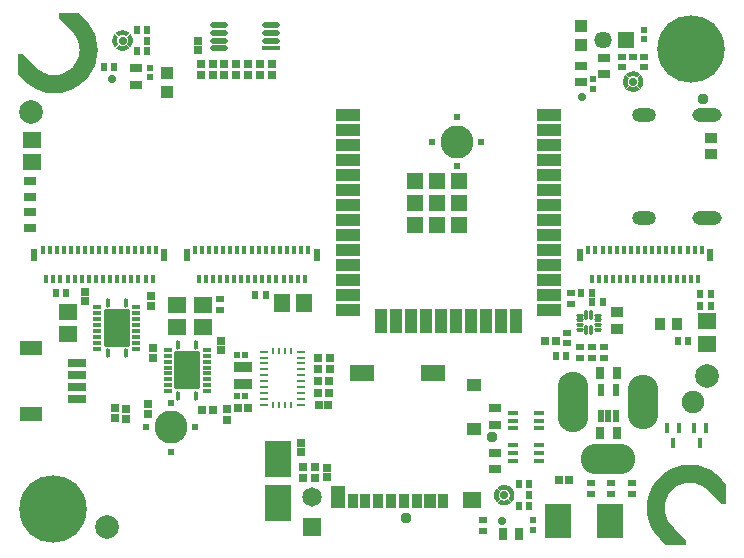
<source format=gts>
G04*
G04 #@! TF.GenerationSoftware,Altium Limited,Altium Designer,21.6.1 (37)*
G04*
G04 Layer_Color=8388736*
%FSLAX44Y44*%
%MOMM*%
G71*
G04*
G04 #@! TF.SameCoordinates,7F95C58A-CF7D-4278-AF47-FD52C239B5E1*
G04*
G04*
G04 #@! TF.FilePolarity,Negative*
G04*
G01*
G75*
%ADD27R,0.6750X0.2500*%
%ADD28R,0.2500X0.5750*%
%ADD48R,0.6200X0.6200*%
%ADD61C,1.5000*%
%ADD62R,0.6220X0.7000*%
%ADD63R,0.7000X0.6220*%
%ADD64R,1.0000X0.8000*%
%ADD65R,0.8000X1.0000*%
%ADD66R,1.1032X0.9032*%
%ADD67R,0.9032X1.1032*%
%ADD68R,0.7532X0.6532*%
%ADD69R,0.6532X0.7532*%
%ADD70R,0.7232X0.7232*%
%ADD71R,0.7232X0.7232*%
%ADD72R,2.2032X3.1032*%
%ADD73C,0.9532*%
%ADD74R,0.5000X1.0500*%
%ADD75R,0.4000X0.7500*%
%ADD76C,2.0000*%
%ADD77R,1.6500X0.7000*%
%ADD78R,1.9000X1.3000*%
%ADD79R,1.5000X0.4500*%
%ADD80O,1.5000X0.4500*%
%ADD81R,1.6000X1.4000*%
%ADD82R,0.5500X0.6500*%
%ADD83R,1.1000X1.0000*%
G04:AMPARAMS|DCode=84|XSize=0.38mm|YSize=0.74mm|CornerRadius=0.13mm|HoleSize=0mm|Usage=FLASHONLY|Rotation=90.000|XOffset=0mm|YOffset=0mm|HoleType=Round|Shape=RoundedRectangle|*
%AMROUNDEDRECTD84*
21,1,0.3800,0.4800,0,0,90.0*
21,1,0.1200,0.7400,0,0,90.0*
1,1,0.2600,0.2400,0.0600*
1,1,0.2600,0.2400,-0.0600*
1,1,0.2600,-0.2400,-0.0600*
1,1,0.2600,-0.2400,0.0600*
%
%ADD84ROUNDEDRECTD84*%
%ADD85R,2.1000X1.0000*%
G04:AMPARAMS|DCode=86|XSize=0.39mm|YSize=0.79mm|CornerRadius=0.1325mm|HoleSize=0mm|Usage=FLASHONLY|Rotation=0.000|XOffset=0mm|YOffset=0mm|HoleType=Round|Shape=RoundedRectangle|*
%AMROUNDEDRECTD86*
21,1,0.3900,0.5250,0,0,0.0*
21,1,0.1250,0.7900,0,0,0.0*
1,1,0.2650,0.0625,-0.2625*
1,1,0.2650,-0.0625,-0.2625*
1,1,0.2650,-0.0625,0.2625*
1,1,0.2650,0.0625,0.2625*
%
%ADD86ROUNDEDRECTD86*%
%ADD87R,0.9500X1.2000*%
%ADD88R,0.6500X0.5500*%
%ADD89R,0.9500X0.4500*%
G04:AMPARAMS|DCode=90|XSize=0.3mm|YSize=0.6mm|CornerRadius=0.1mm|HoleSize=0mm|Usage=FLASHONLY|Rotation=270.000|XOffset=0mm|YOffset=0mm|HoleType=Round|Shape=RoundedRectangle|*
%AMROUNDEDRECTD90*
21,1,0.3000,0.4000,0,0,270.0*
21,1,0.1000,0.6000,0,0,270.0*
1,1,0.2000,-0.2000,-0.0500*
1,1,0.2000,-0.2000,0.0500*
1,1,0.2000,0.2000,0.0500*
1,1,0.2000,0.2000,-0.0500*
%
%ADD90ROUNDEDRECTD90*%
%ADD91R,0.5000X1.0000*%
%ADD92R,1.5000X0.8500*%
G04:AMPARAMS|DCode=93|XSize=2.19mm|YSize=3.19mm|CornerRadius=0.1213mm|HoleSize=0mm|Usage=FLASHONLY|Rotation=0.000|XOffset=0mm|YOffset=0mm|HoleType=Round|Shape=RoundedRectangle|*
%AMROUNDEDRECTD93*
21,1,2.1900,2.9475,0,0,0.0*
21,1,1.9475,3.1900,0,0,0.0*
1,1,0.2425,0.9738,-1.4738*
1,1,0.2425,-0.9738,-1.4738*
1,1,0.2425,-0.9738,1.4738*
1,1,0.2425,0.9738,1.4738*
%
%ADD93ROUNDEDRECTD93*%
G04:AMPARAMS|DCode=94|XSize=0.3mm|YSize=0.8mm|CornerRadius=0.1mm|HoleSize=0mm|Usage=FLASHONLY|Rotation=0.000|XOffset=0mm|YOffset=0mm|HoleType=Round|Shape=RoundedRectangle|*
%AMROUNDEDRECTD94*
21,1,0.3000,0.6000,0,0,0.0*
21,1,0.1000,0.8000,0,0,0.0*
1,1,0.2000,0.0500,-0.3000*
1,1,0.2000,-0.0500,-0.3000*
1,1,0.2000,-0.0500,0.3000*
1,1,0.2000,0.0500,0.3000*
%
%ADD94ROUNDEDRECTD94*%
%ADD95R,0.6500X0.7500*%
%ADD96R,0.4000X0.8100*%
%ADD97R,0.7200X0.7200*%
%ADD98R,0.5600X0.5200*%
%ADD99R,0.7200X0.7200*%
%ADD100R,0.8500X1.2000*%
%ADD101R,1.2700X1.9000*%
%ADD102R,2.0000X1.4500*%
%ADD103R,0.9750X1.2000*%
%ADD104R,1.6500X1.4500*%
%ADD105R,1.3000X1.1000*%
%ADD106R,1.4300X1.4300*%
%ADD107R,1.0000X2.1000*%
%ADD108R,2.2590X2.8430*%
%ADD109R,1.4000X1.6000*%
%ADD110C,0.7032*%
%ADD111R,1.4680X1.4680*%
%ADD112C,1.4680*%
%ADD113C,2.8000*%
%ADD114C,0.5060*%
%ADD115C,5.7032*%
%ADD116O,4.6000X2.6000*%
%ADD117O,2.6000X5.1000*%
%ADD118O,2.6000X4.6000*%
%ADD119C,1.9000*%
%ADD120R,1.6500X1.6500*%
%ADD121C,1.6500*%
%ADD122O,2.0000X1.2000*%
%ADD123O,2.5000X1.2000*%
%ADD124C,0.6080*%
G36*
X56823Y444809D02*
X46216Y434203D01*
X34547Y445872D01*
Y450000D01*
X51250D01*
X56823Y444809D01*
D02*
G37*
G36*
X89182Y435487D02*
X89613Y435455D01*
X90042Y435401D01*
X90468Y435326D01*
X90890Y435229D01*
X91306Y435112D01*
X91715Y434974D01*
X92118Y434815D01*
X92512Y434637D01*
X92896Y434439D01*
X93270Y434222D01*
X93633Y433987D01*
X93983Y433733D01*
X94321Y433463D01*
X94672Y433150D01*
X91844Y430322D01*
X91686Y430456D01*
X91507Y430596D01*
X91321Y430726D01*
X91129Y430847D01*
X90931Y430958D01*
X90728Y431060D01*
X90520Y431151D01*
X90308Y431233D01*
X90093Y431304D01*
X89874Y431364D01*
X89652Y431413D01*
X89429Y431452D01*
X89203Y431480D01*
X88977Y431496D01*
X88750Y431502D01*
X88523Y431496D01*
X88297Y431480D01*
X88071Y431452D01*
X87848Y431413D01*
X87626Y431364D01*
X87407Y431304D01*
X87191Y431233D01*
X86980Y431151D01*
X86772Y431060D01*
X86569Y430958D01*
X86371Y430847D01*
X86179Y430726D01*
X85993Y430596D01*
X85814Y430456D01*
X85656Y430322D01*
X82828Y433150D01*
X83179Y433463D01*
X83517Y433733D01*
X83867Y433987D01*
X84230Y434222D01*
X84604Y434439D01*
X84988Y434637D01*
X85382Y434815D01*
X85785Y434974D01*
X86194Y435112D01*
X86610Y435229D01*
X87032Y435326D01*
X87458Y435401D01*
X87887Y435455D01*
X88318Y435487D01*
X88750Y435498D01*
X89182Y435487D01*
D02*
G37*
G36*
X94672Y420599D02*
X94321Y420287D01*
X93983Y420016D01*
X93633Y419763D01*
X93270Y419528D01*
X92896Y419311D01*
X92512Y419113D01*
X92118Y418935D01*
X91715Y418776D01*
X91306Y418638D01*
X90890Y418521D01*
X90468Y418424D01*
X90042Y418349D01*
X89613Y418295D01*
X89182Y418263D01*
X88750Y418252D01*
X88318Y418263D01*
X87887Y418295D01*
X87458Y418349D01*
X87032Y418424D01*
X86610Y418521D01*
X86194Y418638D01*
X85785Y418776D01*
X85382Y418935D01*
X84988Y419113D01*
X84604Y419311D01*
X84230Y419528D01*
X83867Y419763D01*
X83517Y420016D01*
X83179Y420287D01*
X82828Y420599D01*
X85656Y423428D01*
X85814Y423294D01*
X85993Y423154D01*
X86179Y423024D01*
X86371Y422903D01*
X86569Y422792D01*
X86772Y422690D01*
X86980Y422599D01*
X87191Y422517D01*
X87407Y422446D01*
X87626Y422386D01*
X87848Y422337D01*
X88071Y422298D01*
X88297Y422270D01*
X88523Y422254D01*
X88750Y422248D01*
X88977Y422254D01*
X89203Y422270D01*
X89429Y422298D01*
X89652Y422337D01*
X89874Y422386D01*
X90093Y422446D01*
X90308Y422517D01*
X90520Y422599D01*
X90728Y422690D01*
X90931Y422792D01*
X91129Y422903D01*
X91321Y423024D01*
X91507Y423154D01*
X91686Y423294D01*
X91844Y423428D01*
X94672Y420599D01*
D02*
G37*
G36*
X95338Y432446D02*
X95609Y432108D01*
X95862Y431758D01*
X96097Y431395D01*
X96314Y431021D01*
X96512Y430637D01*
X96690Y430243D01*
X96848Y429841D01*
X96987Y429431D01*
X97104Y429015D01*
X97201Y428593D01*
X97276Y428167D01*
X97330Y427738D01*
X97362Y427307D01*
X97373Y426875D01*
X97362Y426443D01*
X97330Y426012D01*
X97276Y425583D01*
X97201Y425157D01*
X97104Y424735D01*
X96987Y424319D01*
X96848Y423909D01*
X96690Y423507D01*
X96512Y423113D01*
X96314Y422729D01*
X96097Y422355D01*
X95862Y421992D01*
X95609Y421642D01*
X95338Y421304D01*
X95026Y420953D01*
X92197Y423781D01*
X92331Y423939D01*
X92471Y424118D01*
X92601Y424304D01*
X92722Y424496D01*
X92833Y424694D01*
X92935Y424897D01*
X93026Y425105D01*
X93108Y425317D01*
X93179Y425532D01*
X93239Y425751D01*
X93288Y425973D01*
X93327Y426196D01*
X93355Y426422D01*
X93371Y426648D01*
X93377Y426875D01*
X93371Y427102D01*
X93355Y427328D01*
X93327Y427554D01*
X93288Y427777D01*
X93239Y427999D01*
X93179Y428218D01*
X93108Y428433D01*
X93026Y428645D01*
X92935Y428853D01*
X92833Y429056D01*
X92722Y429254D01*
X92601Y429446D01*
X92471Y429632D01*
X92331Y429811D01*
X92197Y429969D01*
X95026Y432797D01*
X95338Y432446D01*
D02*
G37*
G36*
X85303Y429969D02*
X85169Y429811D01*
X85029Y429632D01*
X84899Y429446D01*
X84778Y429254D01*
X84667Y429056D01*
X84565Y428853D01*
X84474Y428645D01*
X84392Y428433D01*
X84321Y428218D01*
X84261Y427999D01*
X84212Y427777D01*
X84173Y427554D01*
X84145Y427328D01*
X84129Y427102D01*
X84123Y426875D01*
X84129Y426648D01*
X84145Y426422D01*
X84173Y426196D01*
X84212Y425973D01*
X84261Y425751D01*
X84321Y425532D01*
X84392Y425317D01*
X84474Y425105D01*
X84565Y424897D01*
X84667Y424694D01*
X84778Y424496D01*
X84899Y424304D01*
X85029Y424118D01*
X85169Y423939D01*
X85303Y423781D01*
X82474Y420953D01*
X82162Y421304D01*
X81891Y421642D01*
X81638Y421992D01*
X81403Y422355D01*
X81186Y422729D01*
X80988Y423113D01*
X80810Y423507D01*
X80651Y423909D01*
X80513Y424319D01*
X80396Y424735D01*
X80299Y425157D01*
X80224Y425583D01*
X80170Y426012D01*
X80138Y426443D01*
X80127Y426875D01*
X80138Y427307D01*
X80170Y427738D01*
X80224Y428167D01*
X80299Y428593D01*
X80396Y429015D01*
X80513Y429431D01*
X80651Y429841D01*
X80810Y430243D01*
X80988Y430637D01*
X81186Y431021D01*
X81403Y431395D01*
X81638Y431758D01*
X81891Y432108D01*
X82162Y432446D01*
X82474Y432797D01*
X85303Y429969D01*
D02*
G37*
G36*
X15811Y403797D02*
X5204Y393191D01*
X0Y398750D01*
Y415465D01*
X4143D01*
X15811Y403797D01*
D02*
G37*
G36*
X361650Y300875D02*
X348350D01*
Y314175D01*
X361650D01*
Y300875D01*
D02*
G37*
G36*
X343300D02*
X330000D01*
Y314175D01*
X343300D01*
Y300875D01*
D02*
G37*
G36*
X361650Y282525D02*
X348350D01*
Y295825D01*
X361650D01*
Y282525D01*
D02*
G37*
G36*
X343300D02*
X330000D01*
Y295825D01*
X343300D01*
Y282525D01*
D02*
G37*
G36*
X361650Y264175D02*
X348350D01*
Y277475D01*
X361650D01*
Y264175D01*
D02*
G37*
G36*
X343300D02*
X330000D01*
Y277475D01*
X343300D01*
Y264175D01*
D02*
G37*
G36*
X380000D02*
X366700D01*
Y277475D01*
X380000D01*
Y264175D01*
D02*
G37*
G36*
X412332Y50612D02*
X412763Y50580D01*
X413192Y50526D01*
X413618Y50451D01*
X414040Y50354D01*
X414456Y50237D01*
X414865Y50099D01*
X415268Y49940D01*
X415662Y49762D01*
X416046Y49564D01*
X416420Y49347D01*
X416783Y49112D01*
X417133Y48859D01*
X417471Y48588D01*
X417822Y48275D01*
X414994Y45447D01*
X414836Y45581D01*
X414657Y45721D01*
X414471Y45851D01*
X414279Y45972D01*
X414081Y46083D01*
X413878Y46185D01*
X413670Y46276D01*
X413458Y46358D01*
X413243Y46429D01*
X413024Y46489D01*
X412802Y46538D01*
X412579Y46577D01*
X412353Y46605D01*
X412127Y46621D01*
X411900Y46627D01*
X411673Y46621D01*
X411447Y46605D01*
X411221Y46577D01*
X410998Y46538D01*
X410776Y46489D01*
X410557Y46429D01*
X410341Y46358D01*
X410130Y46276D01*
X409922Y46185D01*
X409719Y46083D01*
X409521Y45972D01*
X409329Y45851D01*
X409143Y45721D01*
X408964Y45581D01*
X408806Y45447D01*
X405978Y48275D01*
X406329Y48588D01*
X406666Y48859D01*
X407017Y49112D01*
X407380Y49347D01*
X407754Y49564D01*
X408138Y49762D01*
X408532Y49940D01*
X408935Y50099D01*
X409344Y50237D01*
X409760Y50354D01*
X410182Y50451D01*
X410608Y50526D01*
X411037Y50580D01*
X411468Y50612D01*
X411900Y50623D01*
X412332Y50612D01*
D02*
G37*
G36*
X417822Y35724D02*
X417471Y35412D01*
X417133Y35141D01*
X416783Y34888D01*
X416420Y34653D01*
X416046Y34436D01*
X415662Y34238D01*
X415268Y34060D01*
X414865Y33901D01*
X414456Y33763D01*
X414040Y33646D01*
X413618Y33549D01*
X413192Y33474D01*
X412763Y33420D01*
X412332Y33388D01*
X411900Y33377D01*
X411468Y33388D01*
X411037Y33420D01*
X410608Y33474D01*
X410182Y33549D01*
X409760Y33646D01*
X409344Y33763D01*
X408935Y33901D01*
X408532Y34060D01*
X408138Y34238D01*
X407754Y34436D01*
X407380Y34653D01*
X407017Y34888D01*
X406666Y35141D01*
X406329Y35412D01*
X405978Y35724D01*
X408806Y38553D01*
X408964Y38419D01*
X409143Y38280D01*
X409329Y38149D01*
X409521Y38028D01*
X409719Y37917D01*
X409922Y37815D01*
X410130Y37724D01*
X410341Y37642D01*
X410557Y37571D01*
X410776Y37511D01*
X410998Y37462D01*
X411221Y37423D01*
X411447Y37395D01*
X411673Y37379D01*
X411900Y37373D01*
X412127Y37379D01*
X412353Y37395D01*
X412579Y37423D01*
X412802Y37462D01*
X413024Y37511D01*
X413243Y37571D01*
X413458Y37642D01*
X413670Y37724D01*
X413878Y37815D01*
X414081Y37917D01*
X414279Y38028D01*
X414471Y38149D01*
X414657Y38280D01*
X414836Y38419D01*
X414994Y38553D01*
X417822Y35724D01*
D02*
G37*
G36*
X418488Y47571D02*
X418759Y47234D01*
X419012Y46883D01*
X419247Y46520D01*
X419464Y46146D01*
X419662Y45762D01*
X419840Y45368D01*
X419999Y44966D01*
X420137Y44556D01*
X420254Y44140D01*
X420351Y43718D01*
X420426Y43292D01*
X420480Y42863D01*
X420512Y42432D01*
X420523Y42000D01*
X420512Y41568D01*
X420480Y41137D01*
X420426Y40708D01*
X420351Y40282D01*
X420254Y39860D01*
X420137Y39444D01*
X419999Y39035D01*
X419840Y38632D01*
X419662Y38238D01*
X419464Y37854D01*
X419247Y37480D01*
X419012Y37117D01*
X418759Y36767D01*
X418488Y36429D01*
X418176Y36078D01*
X415347Y38906D01*
X415481Y39064D01*
X415620Y39243D01*
X415751Y39429D01*
X415872Y39621D01*
X415983Y39819D01*
X416085Y40022D01*
X416176Y40230D01*
X416258Y40441D01*
X416329Y40657D01*
X416389Y40876D01*
X416438Y41098D01*
X416477Y41321D01*
X416505Y41547D01*
X416521Y41773D01*
X416527Y42000D01*
X416521Y42227D01*
X416505Y42453D01*
X416477Y42679D01*
X416438Y42902D01*
X416389Y43124D01*
X416329Y43343D01*
X416258Y43558D01*
X416176Y43770D01*
X416085Y43978D01*
X415983Y44181D01*
X415872Y44379D01*
X415751Y44571D01*
X415620Y44757D01*
X415481Y44936D01*
X415347Y45094D01*
X418176Y47922D01*
X418488Y47571D01*
D02*
G37*
G36*
X408453Y45094D02*
X408319Y44936D01*
X408180Y44757D01*
X408049Y44571D01*
X407928Y44379D01*
X407817Y44181D01*
X407715Y43978D01*
X407624Y43770D01*
X407542Y43558D01*
X407471Y43343D01*
X407411Y43124D01*
X407362Y42902D01*
X407323Y42679D01*
X407295Y42453D01*
X407279Y42227D01*
X407273Y42000D01*
X407279Y41773D01*
X407295Y41547D01*
X407323Y41321D01*
X407362Y41098D01*
X407411Y40876D01*
X407471Y40657D01*
X407542Y40441D01*
X407624Y40230D01*
X407715Y40022D01*
X407817Y39819D01*
X407928Y39621D01*
X408049Y39429D01*
X408180Y39243D01*
X408319Y39064D01*
X408453Y38906D01*
X405624Y36078D01*
X405312Y36429D01*
X405041Y36767D01*
X404788Y37117D01*
X404553Y37480D01*
X404336Y37854D01*
X404138Y38238D01*
X403960Y38632D01*
X403801Y39035D01*
X403663Y39444D01*
X403546Y39860D01*
X403449Y40282D01*
X403374Y40708D01*
X403320Y41137D01*
X403288Y41568D01*
X403277Y42000D01*
X403288Y42432D01*
X403320Y42863D01*
X403374Y43292D01*
X403449Y43718D01*
X403546Y44140D01*
X403663Y44556D01*
X403801Y44966D01*
X403960Y45368D01*
X404138Y45762D01*
X404336Y46146D01*
X404553Y46520D01*
X404788Y46883D01*
X405041Y47234D01*
X405312Y47571D01*
X405624Y47922D01*
X408453Y45094D01*
D02*
G37*
G36*
X600000Y51250D02*
Y34535D01*
X595857D01*
X584189Y46203D01*
X594796Y56809D01*
X600000Y51250D01*
D02*
G37*
G36*
X565453Y4128D02*
Y0D01*
X548750D01*
X543177Y5191D01*
X553784Y15797D01*
X565453Y4128D01*
D02*
G37*
G36*
X521432Y400762D02*
X521863Y400730D01*
X522292Y400676D01*
X522718Y400601D01*
X523140Y400504D01*
X523556Y400387D01*
X523965Y400249D01*
X524368Y400090D01*
X524762Y399912D01*
X525146Y399714D01*
X525520Y399497D01*
X525883Y399262D01*
X526233Y399009D01*
X526571Y398738D01*
X526922Y398426D01*
X524094Y395597D01*
X523936Y395731D01*
X523757Y395871D01*
X523571Y396001D01*
X523379Y396122D01*
X523181Y396233D01*
X522978Y396335D01*
X522770Y396426D01*
X522558Y396508D01*
X522343Y396579D01*
X522124Y396639D01*
X521902Y396688D01*
X521679Y396727D01*
X521453Y396755D01*
X521227Y396771D01*
X521000Y396777D01*
X520773Y396771D01*
X520547Y396755D01*
X520321Y396727D01*
X520098Y396688D01*
X519876Y396639D01*
X519657Y396579D01*
X519442Y396508D01*
X519230Y396426D01*
X519022Y396335D01*
X518819Y396233D01*
X518621Y396122D01*
X518429Y396001D01*
X518243Y395871D01*
X518064Y395731D01*
X517906Y395597D01*
X515078Y398426D01*
X515429Y398738D01*
X515766Y399009D01*
X516117Y399262D01*
X516480Y399497D01*
X516854Y399714D01*
X517238Y399912D01*
X517632Y400090D01*
X518035Y400249D01*
X518444Y400387D01*
X518860Y400504D01*
X519282Y400601D01*
X519708Y400676D01*
X520137Y400730D01*
X520568Y400762D01*
X521000Y400773D01*
X521432Y400762D01*
D02*
G37*
G36*
X526922Y385874D02*
X526571Y385562D01*
X526233Y385291D01*
X525883Y385038D01*
X525520Y384803D01*
X525146Y384586D01*
X524762Y384388D01*
X524368Y384210D01*
X523965Y384051D01*
X523556Y383913D01*
X523140Y383796D01*
X522718Y383699D01*
X522292Y383624D01*
X521863Y383570D01*
X521432Y383537D01*
X521000Y383527D01*
X520568Y383537D01*
X520137Y383570D01*
X519708Y383624D01*
X519282Y383699D01*
X518860Y383796D01*
X518444Y383913D01*
X518035Y384051D01*
X517632Y384210D01*
X517238Y384388D01*
X516854Y384586D01*
X516480Y384803D01*
X516117Y385038D01*
X515766Y385291D01*
X515429Y385562D01*
X515078Y385874D01*
X517906Y388703D01*
X518064Y388569D01*
X518243Y388430D01*
X518429Y388299D01*
X518621Y388178D01*
X518819Y388067D01*
X519022Y387965D01*
X519230Y387874D01*
X519442Y387792D01*
X519657Y387721D01*
X519876Y387661D01*
X520098Y387612D01*
X520321Y387573D01*
X520547Y387545D01*
X520773Y387529D01*
X521000Y387523D01*
X521227Y387529D01*
X521453Y387545D01*
X521679Y387573D01*
X521902Y387612D01*
X522124Y387661D01*
X522343Y387721D01*
X522558Y387792D01*
X522770Y387874D01*
X522978Y387965D01*
X523181Y388067D01*
X523379Y388178D01*
X523571Y388299D01*
X523757Y388430D01*
X523936Y388569D01*
X524094Y388703D01*
X526922Y385874D01*
D02*
G37*
G36*
X527588Y397721D02*
X527859Y397383D01*
X528112Y397033D01*
X528347Y396670D01*
X528564Y396296D01*
X528762Y395912D01*
X528940Y395518D01*
X529099Y395116D01*
X529237Y394706D01*
X529354Y394290D01*
X529451Y393868D01*
X529526Y393442D01*
X529580Y393013D01*
X529612Y392582D01*
X529623Y392150D01*
X529612Y391718D01*
X529580Y391287D01*
X529526Y390858D01*
X529451Y390432D01*
X529354Y390010D01*
X529237Y389594D01*
X529099Y389184D01*
X528940Y388782D01*
X528762Y388388D01*
X528564Y388004D01*
X528347Y387630D01*
X528112Y387267D01*
X527859Y386917D01*
X527588Y386579D01*
X527276Y386228D01*
X524447Y389056D01*
X524581Y389214D01*
X524720Y389393D01*
X524851Y389579D01*
X524972Y389771D01*
X525083Y389969D01*
X525185Y390172D01*
X525276Y390380D01*
X525358Y390592D01*
X525429Y390807D01*
X525489Y391026D01*
X525538Y391248D01*
X525577Y391471D01*
X525605Y391697D01*
X525621Y391923D01*
X525627Y392150D01*
X525621Y392377D01*
X525605Y392603D01*
X525577Y392829D01*
X525538Y393052D01*
X525489Y393274D01*
X525429Y393493D01*
X525358Y393708D01*
X525276Y393920D01*
X525185Y394128D01*
X525083Y394331D01*
X524972Y394529D01*
X524851Y394721D01*
X524720Y394907D01*
X524581Y395086D01*
X524447Y395244D01*
X527276Y398072D01*
X527588Y397721D01*
D02*
G37*
G36*
X517553Y395244D02*
X517419Y395086D01*
X517280Y394907D01*
X517149Y394721D01*
X517028Y394529D01*
X516917Y394331D01*
X516815Y394128D01*
X516724Y393920D01*
X516642Y393708D01*
X516571Y393493D01*
X516511Y393274D01*
X516462Y393052D01*
X516423Y392829D01*
X516395Y392603D01*
X516379Y392377D01*
X516373Y392150D01*
X516379Y391923D01*
X516395Y391697D01*
X516423Y391471D01*
X516462Y391248D01*
X516511Y391026D01*
X516571Y390807D01*
X516642Y390592D01*
X516724Y390380D01*
X516815Y390172D01*
X516917Y389969D01*
X517028Y389771D01*
X517149Y389579D01*
X517280Y389393D01*
X517419Y389214D01*
X517553Y389056D01*
X514724Y386228D01*
X514412Y386579D01*
X514141Y386917D01*
X513888Y387267D01*
X513653Y387630D01*
X513436Y388004D01*
X513238Y388388D01*
X513060Y388782D01*
X512901Y389184D01*
X512763Y389594D01*
X512646Y390010D01*
X512549Y390432D01*
X512474Y390858D01*
X512420Y391287D01*
X512388Y391718D01*
X512377Y392150D01*
X512388Y392582D01*
X512420Y393013D01*
X512474Y393442D01*
X512549Y393868D01*
X512646Y394290D01*
X512763Y394706D01*
X512901Y395116D01*
X513060Y395518D01*
X513238Y395912D01*
X513436Y396296D01*
X513653Y396670D01*
X513888Y397033D01*
X514141Y397383D01*
X514412Y397721D01*
X514724Y398072D01*
X517553Y395244D01*
D02*
G37*
G36*
X380000Y300875D02*
X366700D01*
Y314175D01*
X380000D01*
Y300875D01*
D02*
G37*
G36*
Y282525D02*
X366700D01*
Y295825D01*
X380000D01*
Y282525D01*
D02*
G37*
D27*
X208375Y118500D02*
D03*
Y158500D02*
D03*
Y153500D02*
D03*
Y148500D02*
D03*
Y143500D02*
D03*
Y138500D02*
D03*
Y133500D02*
D03*
Y128500D02*
D03*
Y123500D02*
D03*
X239625Y118500D02*
D03*
Y123500D02*
D03*
Y128500D02*
D03*
Y133500D02*
D03*
Y138500D02*
D03*
Y143500D02*
D03*
Y148500D02*
D03*
Y153500D02*
D03*
Y158500D02*
D03*
Y163500D02*
D03*
X208375D02*
D03*
D28*
X231500Y164125D02*
D03*
X221500D02*
D03*
X216500D02*
D03*
Y117875D02*
D03*
X226500D02*
D03*
X231500D02*
D03*
X221500D02*
D03*
X226500Y164125D02*
D03*
D48*
X486750Y386250D02*
D03*
Y394250D02*
D03*
X436500Y12500D02*
D03*
Y20500D02*
D03*
X530500Y436000D02*
D03*
Y428000D02*
D03*
X111750Y403750D02*
D03*
Y395750D02*
D03*
D61*
X10507Y398494D02*
X12372Y396785D01*
X14380Y395245D01*
X16513Y393885D01*
X18757Y392717D01*
X21095Y391749D01*
X23508Y390988D01*
X25977Y390440D01*
X28486Y390110D01*
X31013Y390000D01*
X33541Y390110D01*
X36049Y390440D01*
X38519Y390988D01*
X40932Y391749D01*
X43269Y392717D01*
X45513Y393885D01*
X47647Y395245D01*
X49654Y396785D01*
X51519Y398494D01*
X53229Y400359D01*
X54769Y402366D01*
X56128Y404500D01*
X57296Y406744D01*
X58264Y409081D01*
X59025Y411494D01*
X59573Y413964D01*
X59903Y416472D01*
X60013Y419000D01*
X59903Y421527D01*
X59573Y424036D01*
X59025Y426506D01*
X58264Y428918D01*
X57296Y431256D01*
X56128Y433500D01*
X54769Y435634D01*
X53229Y437641D01*
X51519Y439506D01*
X589493Y51506D02*
X587627Y53215D01*
X585620Y54755D01*
X583487Y56115D01*
X581243Y57283D01*
X578905Y58251D01*
X576492Y59012D01*
X574022Y59559D01*
X571514Y59890D01*
X568987Y60000D01*
X566459Y59890D01*
X563951Y59559D01*
X561481Y59012D01*
X559068Y58251D01*
X556731Y57283D01*
X554487Y56115D01*
X552353Y54755D01*
X550346Y53215D01*
X548481Y51506D01*
X546771Y49641D01*
X545231Y47634D01*
X543872Y45500D01*
X542704Y43256D01*
X541736Y40919D01*
X540975Y38506D01*
X540427Y36036D01*
X540097Y33528D01*
X539987Y31000D01*
X540097Y28472D01*
X540427Y25964D01*
X540975Y23494D01*
X541736Y21081D01*
X542704Y18744D01*
X543872Y16500D01*
X545231Y14366D01*
X546771Y12359D01*
X548481Y10494D01*
D62*
X109490Y435875D02*
D03*
Y426875D02*
D03*
X101270Y435875D02*
D03*
X109490Y417875D02*
D03*
X101270D02*
D03*
X432640Y51000D02*
D03*
Y42000D02*
D03*
X424420Y51000D02*
D03*
X432640Y33000D02*
D03*
X424420D02*
D03*
D63*
X512000Y412890D02*
D03*
X521000D02*
D03*
X512000Y404670D02*
D03*
X530000Y412890D02*
D03*
Y404670D02*
D03*
D64*
X496750Y398250D02*
D03*
Y412250D02*
D03*
X10250Y294250D02*
D03*
Y308250D02*
D03*
X404000Y101500D02*
D03*
X404000Y78000D02*
D03*
X476500Y405500D02*
D03*
Y391500D02*
D03*
X99750Y403250D02*
D03*
Y389250D02*
D03*
X404000Y64000D02*
D03*
X404000Y115500D02*
D03*
X10000Y282000D02*
D03*
Y268000D02*
D03*
D65*
X424500Y9000D02*
D03*
X410500D02*
D03*
X493000Y95000D02*
D03*
Y145000D02*
D03*
X507000D02*
D03*
Y95000D02*
D03*
D66*
X507500Y197000D02*
D03*
Y183000D02*
D03*
X587250Y344500D02*
D03*
Y330500D02*
D03*
D67*
X544000Y187250D02*
D03*
X558000D02*
D03*
D68*
X92000Y106250D02*
D03*
Y115250D02*
D03*
X251500Y56500D02*
D03*
Y65500D02*
D03*
X241500Y56500D02*
D03*
Y65500D02*
D03*
X165000Y407000D02*
D03*
Y398000D02*
D03*
X195000Y407000D02*
D03*
Y398000D02*
D03*
X205000Y407000D02*
D03*
Y398000D02*
D03*
X175000Y398000D02*
D03*
Y407000D02*
D03*
X185000Y398000D02*
D03*
Y407000D02*
D03*
X215000Y398000D02*
D03*
Y407000D02*
D03*
X177000Y115000D02*
D03*
Y106000D02*
D03*
X155000Y407000D02*
D03*
Y398000D02*
D03*
D69*
X156250Y114250D02*
D03*
X165250D02*
D03*
X263500Y138500D02*
D03*
X254500D02*
D03*
X263500Y128500D02*
D03*
X254500D02*
D03*
D70*
X240000Y86250D02*
D03*
Y78250D02*
D03*
X261500Y65000D02*
D03*
Y57000D02*
D03*
X152500Y426500D02*
D03*
Y418500D02*
D03*
X114750Y158250D02*
D03*
Y166250D02*
D03*
X57000Y214000D02*
D03*
Y206000D02*
D03*
X172500Y172500D02*
D03*
Y164500D02*
D03*
X112750Y210250D02*
D03*
Y202250D02*
D03*
D71*
X255000Y118500D02*
D03*
X263000D02*
D03*
X186750Y116000D02*
D03*
X194750D02*
D03*
D72*
X220000Y72500D02*
D03*
Y35500D02*
D03*
D73*
X580500Y377000D02*
D03*
X401250Y91500D02*
D03*
X329000Y22250D02*
D03*
D74*
X253000Y245658D02*
D03*
X143000D02*
D03*
X476122D02*
D03*
X586122D02*
D03*
X14122D02*
D03*
X124122D02*
D03*
D75*
X153075Y224657D02*
D03*
X159075D02*
D03*
X165075D02*
D03*
X171075D02*
D03*
X177075D02*
D03*
X183074D02*
D03*
X189075D02*
D03*
X195075D02*
D03*
X201075D02*
D03*
X207075D02*
D03*
X213075D02*
D03*
X219074D02*
D03*
X225075D02*
D03*
X231075D02*
D03*
X237075D02*
D03*
X150000Y249158D02*
D03*
X156000D02*
D03*
X162000D02*
D03*
X168000D02*
D03*
X174000D02*
D03*
X180000D02*
D03*
X186000D02*
D03*
X192000D02*
D03*
X198000D02*
D03*
X204000D02*
D03*
X210000D02*
D03*
X216000D02*
D03*
X222000D02*
D03*
X228000D02*
D03*
X234000D02*
D03*
X240000D02*
D03*
X243074Y224657D02*
D03*
X246000Y249158D02*
D03*
X579122D02*
D03*
X576197Y224657D02*
D03*
X573122Y249158D02*
D03*
X567122D02*
D03*
X561122D02*
D03*
X555122D02*
D03*
X549122D02*
D03*
X543122D02*
D03*
X537122D02*
D03*
X531122D02*
D03*
X525122D02*
D03*
X519122D02*
D03*
X513122D02*
D03*
X507122D02*
D03*
X501122D02*
D03*
X495122D02*
D03*
X489122D02*
D03*
X483122D02*
D03*
X570197Y224657D02*
D03*
X564197D02*
D03*
X558197D02*
D03*
X552197D02*
D03*
X546197D02*
D03*
X540197D02*
D03*
X534197D02*
D03*
X528197D02*
D03*
X522197D02*
D03*
X516197D02*
D03*
X510197D02*
D03*
X504197D02*
D03*
X498197D02*
D03*
X492197D02*
D03*
X486197D02*
D03*
X117122Y249158D02*
D03*
X114197Y224657D02*
D03*
X111122Y249158D02*
D03*
X105122D02*
D03*
X99122D02*
D03*
X93122D02*
D03*
X87122D02*
D03*
X81122D02*
D03*
X75122D02*
D03*
X69122D02*
D03*
X63122D02*
D03*
X57122D02*
D03*
X51122D02*
D03*
X45122D02*
D03*
X39122D02*
D03*
X33122D02*
D03*
X27122D02*
D03*
X21122D02*
D03*
X108197Y224657D02*
D03*
X102197D02*
D03*
X96197D02*
D03*
X90197D02*
D03*
X84197D02*
D03*
X78197D02*
D03*
X72197D02*
D03*
X66197D02*
D03*
X60197D02*
D03*
X54197D02*
D03*
X48197D02*
D03*
X42197D02*
D03*
X36197D02*
D03*
X30197D02*
D03*
X24197D02*
D03*
D76*
X75500Y15250D02*
D03*
X11387Y366218D02*
D03*
X583750Y142500D02*
D03*
D77*
X50250Y123500D02*
D03*
Y143500D02*
D03*
Y153500D02*
D03*
Y133500D02*
D03*
D78*
X11500Y166500D02*
D03*
Y110500D02*
D03*
D79*
X214500Y420250D02*
D03*
D80*
Y426750D02*
D03*
Y433250D02*
D03*
Y439750D02*
D03*
X170500Y426750D02*
D03*
Y420250D02*
D03*
Y433250D02*
D03*
Y439750D02*
D03*
D81*
X12500Y323750D02*
D03*
Y342750D02*
D03*
X584000Y170250D02*
D03*
Y189250D02*
D03*
X42250Y178250D02*
D03*
Y197250D02*
D03*
X135000Y184000D02*
D03*
Y203000D02*
D03*
X157250Y184000D02*
D03*
Y203000D02*
D03*
D82*
X558750Y172500D02*
D03*
X567750D02*
D03*
X201250Y211250D02*
D03*
X210250D02*
D03*
X464500Y160000D02*
D03*
X72750Y404250D02*
D03*
X81750D02*
D03*
X587000Y212500D02*
D03*
X578000D02*
D03*
X486000Y213500D02*
D03*
X477000D02*
D03*
X486500Y205250D02*
D03*
X495500D02*
D03*
X455500Y160000D02*
D03*
X578000Y202500D02*
D03*
X587000D02*
D03*
X41000Y212750D02*
D03*
X32000D02*
D03*
D83*
X126500Y399000D02*
D03*
Y383000D02*
D03*
X476500Y423000D02*
D03*
Y439000D02*
D03*
D84*
X100500Y181000D02*
D03*
Y191000D02*
D03*
X67500Y196000D02*
D03*
Y191000D02*
D03*
Y186000D02*
D03*
X160000Y165000D02*
D03*
X100500Y201000D02*
D03*
X67500D02*
D03*
Y181000D02*
D03*
Y176000D02*
D03*
Y171000D02*
D03*
X100500Y166000D02*
D03*
Y171000D02*
D03*
Y176000D02*
D03*
Y186000D02*
D03*
Y196000D02*
D03*
X67500Y166000D02*
D03*
X127000Y165000D02*
D03*
Y160000D02*
D03*
Y155000D02*
D03*
Y150000D02*
D03*
Y145000D02*
D03*
Y140000D02*
D03*
Y135000D02*
D03*
X160000Y130000D02*
D03*
Y135000D02*
D03*
Y140000D02*
D03*
Y145000D02*
D03*
Y150000D02*
D03*
Y155000D02*
D03*
Y160000D02*
D03*
X127000Y130000D02*
D03*
D85*
X450000Y262575D02*
D03*
Y351475D02*
D03*
Y338775D02*
D03*
X280000Y351475D02*
D03*
Y199075D02*
D03*
Y211775D02*
D03*
Y224475D02*
D03*
Y237175D02*
D03*
Y249875D02*
D03*
Y262575D02*
D03*
Y275275D02*
D03*
Y287975D02*
D03*
Y300675D02*
D03*
Y313375D02*
D03*
Y326075D02*
D03*
Y338775D02*
D03*
Y364175D02*
D03*
X450000D02*
D03*
Y326075D02*
D03*
Y313375D02*
D03*
Y300675D02*
D03*
Y287975D02*
D03*
Y275275D02*
D03*
Y249875D02*
D03*
Y237175D02*
D03*
Y224475D02*
D03*
Y211775D02*
D03*
Y199075D02*
D03*
D86*
X91500Y205000D02*
D03*
X76500D02*
D03*
X91500Y162000D02*
D03*
X76500D02*
D03*
X151000Y169000D02*
D03*
X136000D02*
D03*
X151000Y126000D02*
D03*
X136000D02*
D03*
D87*
X327125Y36875D02*
D03*
X294125D02*
D03*
X360125D02*
D03*
X316125D02*
D03*
X338125D02*
D03*
X305125D02*
D03*
D88*
X496000Y158500D02*
D03*
X465000Y170500D02*
D03*
X476000Y158500D02*
D03*
X486000D02*
D03*
X502500Y52000D02*
D03*
X520000D02*
D03*
X485000D02*
D03*
X394000Y11500D02*
D03*
Y20500D02*
D03*
X485000Y43000D02*
D03*
X502500D02*
D03*
X520000D02*
D03*
X486000Y167500D02*
D03*
X476000D02*
D03*
X468250Y212750D02*
D03*
Y203750D02*
D03*
X465000Y179500D02*
D03*
X496000Y167500D02*
D03*
X171500Y208000D02*
D03*
Y199000D02*
D03*
D89*
X441000Y84000D02*
D03*
Y98500D02*
D03*
X419000D02*
D03*
Y71000D02*
D03*
X441000D02*
D03*
Y77500D02*
D03*
X419000Y84000D02*
D03*
Y77500D02*
D03*
X441000Y105000D02*
D03*
Y111500D02*
D03*
X419000D02*
D03*
Y105000D02*
D03*
D90*
X491001Y193999D02*
D03*
X476001D02*
D03*
Y189999D02*
D03*
Y185999D02*
D03*
Y181999D02*
D03*
X491001D02*
D03*
Y185999D02*
D03*
Y189999D02*
D03*
D91*
X493500Y109000D02*
D03*
X506500D02*
D03*
X500000D02*
D03*
X493500Y131000D02*
D03*
X506500D02*
D03*
D92*
X191000Y150800D02*
D03*
Y136200D02*
D03*
D93*
X84000Y183500D02*
D03*
X143500Y147500D02*
D03*
D94*
X485500Y194499D02*
D03*
X481500D02*
D03*
Y181499D02*
D03*
X485500D02*
D03*
D95*
X254000Y158500D02*
D03*
X264000D02*
D03*
X254000Y148500D02*
D03*
X264000D02*
D03*
D96*
X560000Y98600D02*
D03*
X550000D02*
D03*
X555000Y86400D02*
D03*
X582500Y98600D02*
D03*
X572500D02*
D03*
X577500Y86400D02*
D03*
D97*
X82000Y107000D02*
D03*
Y116000D02*
D03*
X110000Y110500D02*
D03*
Y119500D02*
D03*
D98*
X185700Y126000D02*
D03*
X192300D02*
D03*
X185700Y161000D02*
D03*
X192300D02*
D03*
D99*
X446500Y172750D02*
D03*
X455500D02*
D03*
X467000Y55000D02*
D03*
X458000D02*
D03*
D100*
X283625Y36875D02*
D03*
D101*
X271525Y40375D02*
D03*
D102*
X291775Y145125D02*
D03*
X351475D02*
D03*
D103*
X349125Y36875D02*
D03*
D104*
X384725Y38125D02*
D03*
D105*
X386475Y98375D02*
D03*
Y135375D02*
D03*
D106*
X355000Y270825D02*
D03*
X336650D02*
D03*
X373350Y289175D02*
D03*
X355000D02*
D03*
X336650D02*
D03*
X373350Y307525D02*
D03*
X355000D02*
D03*
X336650D02*
D03*
X373350Y270825D02*
D03*
D107*
X422150Y189075D02*
D03*
X409450D02*
D03*
X396750D02*
D03*
X384050D02*
D03*
X371350D02*
D03*
X358650D02*
D03*
X345950D02*
D03*
X333250D02*
D03*
X320550D02*
D03*
X307850D02*
D03*
D108*
X457500Y20000D02*
D03*
X501700D02*
D03*
D109*
X223750Y205000D02*
D03*
X242750D02*
D03*
D110*
X409900Y20000D02*
D03*
X88750Y426875D02*
D03*
X79510Y394500D02*
D03*
X521000Y392150D02*
D03*
X478150Y378750D02*
D03*
X411900Y42000D02*
D03*
D111*
X515250Y427000D02*
D03*
D112*
X495250D02*
D03*
D113*
X129500Y99250D02*
D03*
X371500Y341250D02*
D03*
D114*
X10507Y398494D02*
D03*
X23942Y390716D02*
D03*
X38084D02*
D03*
X51343Y398671D02*
D03*
X59298Y411929D02*
D03*
Y426071D02*
D03*
X51519Y439506D02*
D03*
X548480Y10494D02*
D03*
X540702Y23929D02*
D03*
Y38071D02*
D03*
X548657Y51329D02*
D03*
X561916Y59284D02*
D03*
X576058D02*
D03*
X589493Y51506D02*
D03*
D115*
X30000Y30000D02*
D03*
X570000Y420000D02*
D03*
D116*
X499500Y72750D02*
D03*
D117*
X469750Y121000D02*
D03*
D118*
X529750Y121000D02*
D03*
D119*
X571500Y121000D02*
D03*
D120*
X248750Y15250D02*
D03*
D121*
Y40650D02*
D03*
D122*
X530400Y277000D02*
D03*
Y363400D02*
D03*
D123*
X584000Y277000D02*
D03*
Y363400D02*
D03*
D124*
X129500Y78500D02*
D03*
Y120000D02*
D03*
X150250Y99250D02*
D03*
X108750D02*
D03*
X371500Y320500D02*
D03*
Y362000D02*
D03*
X392250Y341250D02*
D03*
X350750D02*
D03*
M02*

</source>
